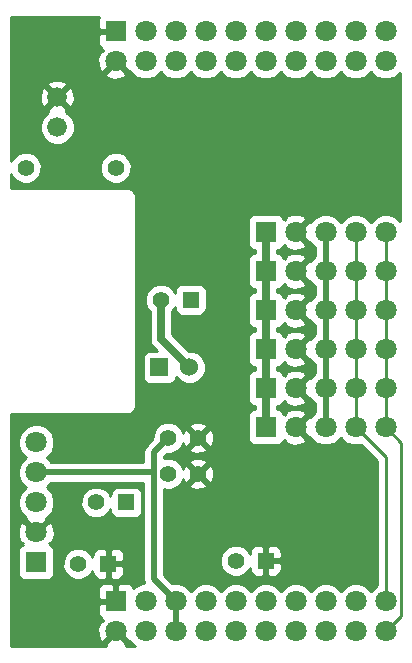
<source format=gtl>
G04 (created by PCBNEW (2013-07-07 BZR 4022)-stable) date 3/14/2014 11:35:05 AM*
%MOIN*%
G04 Gerber Fmt 3.4, Leading zero omitted, Abs format*
%FSLAX34Y34*%
G01*
G70*
G90*
G04 APERTURE LIST*
%ADD10C,0.00590551*%
%ADD11R,0.06X0.06*%
%ADD12C,0.06*%
%ADD13C,0.055*%
%ADD14R,0.055X0.055*%
%ADD15R,0.0708661X0.0708661*%
%ADD16C,0.0708661*%
%ADD17C,0.066*%
%ADD18C,0.025*%
%ADD19C,0.02*%
%ADD20C,0.01*%
G04 APERTURE END LIST*
G54D10*
G54D11*
X84350Y-75950D03*
G54D12*
X85350Y-75950D03*
G54D13*
X84650Y-78300D03*
X85650Y-78300D03*
X84650Y-79500D03*
X85650Y-79500D03*
G54D14*
X87900Y-82400D03*
G54D13*
X86900Y-82400D03*
G54D14*
X82650Y-82500D03*
G54D13*
X81650Y-82500D03*
G54D14*
X85400Y-73700D03*
G54D13*
X84400Y-73700D03*
G54D15*
X82900Y-83750D03*
G54D16*
X82900Y-84750D03*
X83900Y-83750D03*
X83900Y-84750D03*
X84900Y-83750D03*
X84900Y-84750D03*
X85900Y-83750D03*
X85900Y-84750D03*
X86900Y-83750D03*
X86900Y-84750D03*
X87900Y-83750D03*
X87900Y-84750D03*
X88900Y-83750D03*
X88900Y-84750D03*
X89900Y-83750D03*
X89900Y-84750D03*
X90900Y-83750D03*
X90900Y-84750D03*
X91900Y-83750D03*
X91900Y-84750D03*
G54D15*
X82900Y-64750D03*
G54D16*
X82900Y-65750D03*
X83900Y-64750D03*
X83900Y-65750D03*
X84900Y-64750D03*
X84900Y-65750D03*
X85900Y-64750D03*
X85900Y-65750D03*
X86900Y-64750D03*
X86900Y-65750D03*
X87900Y-64750D03*
X87900Y-65750D03*
X88900Y-64750D03*
X88900Y-65750D03*
X89900Y-64750D03*
X89900Y-65750D03*
X90900Y-64750D03*
X90900Y-65750D03*
X91900Y-64750D03*
X91900Y-65750D03*
G54D14*
X83250Y-80450D03*
G54D13*
X82250Y-80450D03*
G54D15*
X80250Y-82450D03*
G54D16*
X80250Y-81450D03*
X80250Y-80450D03*
X80250Y-79450D03*
X80250Y-78450D03*
G54D15*
X87900Y-71450D03*
G54D16*
X88900Y-71450D03*
X89900Y-71450D03*
X90900Y-71450D03*
X91900Y-71450D03*
G54D15*
X87900Y-72750D03*
G54D16*
X88900Y-72750D03*
X89900Y-72750D03*
X90900Y-72750D03*
X91900Y-72750D03*
G54D15*
X87900Y-74050D03*
G54D16*
X88900Y-74050D03*
X89900Y-74050D03*
X90900Y-74050D03*
X91900Y-74050D03*
G54D15*
X87900Y-75350D03*
G54D16*
X88900Y-75350D03*
X89900Y-75350D03*
X90900Y-75350D03*
X91900Y-75350D03*
G54D15*
X87900Y-76650D03*
G54D16*
X88900Y-76650D03*
X89900Y-76650D03*
X90900Y-76650D03*
X91900Y-76650D03*
G54D15*
X87900Y-77950D03*
G54D16*
X88900Y-77950D03*
X89900Y-77950D03*
X90900Y-77950D03*
X91900Y-77950D03*
G54D17*
X80950Y-67950D03*
X80950Y-66950D03*
G54D13*
X82900Y-69300D03*
X79900Y-69300D03*
G54D18*
X87900Y-77950D02*
X87900Y-76650D01*
X87900Y-76650D02*
X87900Y-75350D01*
X87900Y-75350D02*
X87900Y-74050D01*
X87900Y-74050D02*
X87900Y-72750D01*
X87900Y-72750D02*
X87900Y-71450D01*
G54D19*
X89900Y-77950D02*
X89900Y-76650D01*
X89900Y-76650D02*
X89900Y-75350D01*
X89900Y-75350D02*
X89900Y-74050D01*
X89900Y-74050D02*
X89900Y-72750D01*
X89900Y-72750D02*
X89900Y-71450D01*
X84900Y-84750D02*
X84900Y-83750D01*
X80250Y-79450D02*
X84173Y-79450D01*
X84173Y-83023D02*
X84173Y-79450D01*
X84900Y-83750D02*
X84173Y-83023D01*
X84173Y-78776D02*
X84650Y-78300D01*
X84173Y-79450D02*
X84173Y-78776D01*
G54D18*
X84400Y-75000D02*
X85350Y-75950D01*
X84400Y-73700D02*
X84400Y-75000D01*
G54D20*
X91900Y-76650D02*
X91900Y-75350D01*
X91900Y-75350D02*
X91900Y-74050D01*
X91900Y-74050D02*
X91900Y-72750D01*
X91900Y-72750D02*
X91900Y-71450D01*
X91900Y-76650D02*
X91900Y-77950D01*
X92420Y-84229D02*
X91900Y-84750D01*
X92420Y-78470D02*
X92420Y-84229D01*
X91900Y-77950D02*
X92420Y-78470D01*
X90900Y-76650D02*
X90900Y-75350D01*
X90900Y-75350D02*
X90900Y-74050D01*
X90900Y-74050D02*
X90900Y-72750D01*
X90900Y-72750D02*
X90900Y-71450D01*
X90900Y-76650D02*
X90900Y-77950D01*
X91900Y-78950D02*
X91900Y-83750D01*
X90900Y-77950D02*
X91900Y-78950D01*
G54D10*
G36*
X92380Y-71075D02*
X92242Y-70937D01*
X92020Y-70845D01*
X91780Y-70845D01*
X91558Y-70937D01*
X91399Y-71095D01*
X91242Y-70937D01*
X91020Y-70845D01*
X90780Y-70845D01*
X90558Y-70937D01*
X90399Y-71095D01*
X90242Y-70937D01*
X90020Y-70845D01*
X89780Y-70845D01*
X89558Y-70937D01*
X89387Y-71107D01*
X89384Y-71115D01*
X89325Y-71095D01*
X89254Y-71166D01*
X88970Y-71450D01*
X89325Y-71804D01*
X89384Y-71784D01*
X89387Y-71791D01*
X89550Y-71954D01*
X89550Y-72245D01*
X89387Y-72407D01*
X89384Y-72415D01*
X89325Y-72395D01*
X89254Y-72466D01*
X88970Y-72750D01*
X89325Y-73104D01*
X89384Y-73084D01*
X89387Y-73091D01*
X89550Y-73254D01*
X89550Y-73545D01*
X89387Y-73707D01*
X89384Y-73715D01*
X89325Y-73695D01*
X89254Y-73766D01*
X88970Y-74050D01*
X89325Y-74404D01*
X89384Y-74384D01*
X89387Y-74391D01*
X89550Y-74554D01*
X89550Y-74845D01*
X89387Y-75007D01*
X89384Y-75015D01*
X89325Y-74995D01*
X89254Y-75066D01*
X88970Y-75350D01*
X89325Y-75704D01*
X89384Y-75684D01*
X89387Y-75691D01*
X89550Y-75854D01*
X89550Y-76145D01*
X89387Y-76307D01*
X89384Y-76315D01*
X89325Y-76295D01*
X89254Y-76366D01*
X88970Y-76650D01*
X89325Y-77004D01*
X89384Y-76984D01*
X89387Y-76991D01*
X89550Y-77154D01*
X89550Y-77445D01*
X89387Y-77607D01*
X89384Y-77615D01*
X89325Y-77595D01*
X89254Y-77666D01*
X88970Y-77950D01*
X89325Y-78304D01*
X89384Y-78284D01*
X89387Y-78291D01*
X89557Y-78462D01*
X89779Y-78554D01*
X90019Y-78554D01*
X90241Y-78462D01*
X90400Y-78304D01*
X90557Y-78462D01*
X90779Y-78554D01*
X91019Y-78554D01*
X91062Y-78536D01*
X91600Y-79074D01*
X91600Y-83220D01*
X91558Y-83237D01*
X91399Y-83395D01*
X91242Y-83237D01*
X91020Y-83145D01*
X90780Y-83145D01*
X90558Y-83237D01*
X90399Y-83395D01*
X90242Y-83237D01*
X90020Y-83145D01*
X89780Y-83145D01*
X89558Y-83237D01*
X89399Y-83395D01*
X89254Y-83249D01*
X89254Y-78375D01*
X88900Y-78020D01*
X88894Y-78026D01*
X88829Y-77961D01*
X88823Y-77955D01*
X88829Y-77950D01*
X88823Y-77944D01*
X88894Y-77873D01*
X88900Y-77879D01*
X89254Y-77524D01*
X89220Y-77423D01*
X88994Y-77341D01*
X88754Y-77351D01*
X88579Y-77423D01*
X88545Y-77524D01*
X88500Y-77479D01*
X88483Y-77496D01*
X88466Y-77454D01*
X88396Y-77383D01*
X88304Y-77345D01*
X88275Y-77345D01*
X88275Y-77254D01*
X88303Y-77254D01*
X88395Y-77216D01*
X88466Y-77146D01*
X88483Y-77103D01*
X88500Y-77120D01*
X88545Y-77075D01*
X88579Y-77176D01*
X88805Y-77258D01*
X89045Y-77248D01*
X89220Y-77176D01*
X89254Y-77075D01*
X88900Y-76720D01*
X88894Y-76726D01*
X88823Y-76655D01*
X88829Y-76650D01*
X88823Y-76644D01*
X88894Y-76573D01*
X88900Y-76579D01*
X89254Y-76224D01*
X89220Y-76123D01*
X88994Y-76041D01*
X88754Y-76051D01*
X88579Y-76123D01*
X88545Y-76224D01*
X88500Y-76179D01*
X88483Y-76196D01*
X88466Y-76154D01*
X88396Y-76083D01*
X88304Y-76045D01*
X88275Y-76045D01*
X88275Y-75954D01*
X88303Y-75954D01*
X88395Y-75916D01*
X88466Y-75846D01*
X88483Y-75803D01*
X88500Y-75820D01*
X88545Y-75775D01*
X88579Y-75876D01*
X88805Y-75958D01*
X89045Y-75948D01*
X89220Y-75876D01*
X89254Y-75775D01*
X88900Y-75420D01*
X88894Y-75426D01*
X88823Y-75355D01*
X88829Y-75350D01*
X88823Y-75344D01*
X88894Y-75273D01*
X88900Y-75279D01*
X89254Y-74924D01*
X89220Y-74823D01*
X88994Y-74741D01*
X88754Y-74751D01*
X88579Y-74823D01*
X88545Y-74924D01*
X88500Y-74879D01*
X88483Y-74896D01*
X88466Y-74854D01*
X88396Y-74783D01*
X88304Y-74745D01*
X88275Y-74745D01*
X88275Y-74654D01*
X88303Y-74654D01*
X88395Y-74616D01*
X88466Y-74546D01*
X88483Y-74503D01*
X88500Y-74520D01*
X88545Y-74475D01*
X88579Y-74576D01*
X88805Y-74658D01*
X89045Y-74648D01*
X89220Y-74576D01*
X89254Y-74475D01*
X88900Y-74120D01*
X88894Y-74126D01*
X88823Y-74055D01*
X88829Y-74050D01*
X88823Y-74044D01*
X88894Y-73973D01*
X88900Y-73979D01*
X89254Y-73624D01*
X89220Y-73523D01*
X88994Y-73441D01*
X88754Y-73451D01*
X88579Y-73523D01*
X88545Y-73624D01*
X88500Y-73579D01*
X88483Y-73596D01*
X88466Y-73554D01*
X88396Y-73483D01*
X88304Y-73445D01*
X88275Y-73445D01*
X88275Y-73354D01*
X88303Y-73354D01*
X88395Y-73316D01*
X88466Y-73246D01*
X88483Y-73203D01*
X88500Y-73220D01*
X88545Y-73175D01*
X88579Y-73276D01*
X88805Y-73358D01*
X89045Y-73348D01*
X89220Y-73276D01*
X89254Y-73175D01*
X88900Y-72820D01*
X88894Y-72826D01*
X88823Y-72755D01*
X88829Y-72750D01*
X88823Y-72744D01*
X88894Y-72673D01*
X88900Y-72679D01*
X89254Y-72324D01*
X89220Y-72223D01*
X88994Y-72141D01*
X88754Y-72151D01*
X88579Y-72223D01*
X88545Y-72324D01*
X88500Y-72279D01*
X88483Y-72296D01*
X88466Y-72254D01*
X88396Y-72183D01*
X88304Y-72145D01*
X88275Y-72145D01*
X88275Y-72054D01*
X88303Y-72054D01*
X88395Y-72016D01*
X88466Y-71946D01*
X88483Y-71903D01*
X88500Y-71920D01*
X88545Y-71875D01*
X88579Y-71976D01*
X88805Y-72058D01*
X89045Y-72048D01*
X89220Y-71976D01*
X89254Y-71875D01*
X88900Y-71520D01*
X88894Y-71526D01*
X88823Y-71455D01*
X88829Y-71450D01*
X88823Y-71444D01*
X88894Y-71373D01*
X88900Y-71379D01*
X89254Y-71024D01*
X89220Y-70923D01*
X88994Y-70841D01*
X88754Y-70851D01*
X88579Y-70923D01*
X88545Y-71024D01*
X88500Y-70979D01*
X88483Y-70996D01*
X88466Y-70954D01*
X88396Y-70883D01*
X88304Y-70845D01*
X88204Y-70845D01*
X87496Y-70845D01*
X87404Y-70883D01*
X87333Y-70953D01*
X87295Y-71045D01*
X87295Y-71145D01*
X87295Y-71853D01*
X87333Y-71945D01*
X87403Y-72016D01*
X87495Y-72054D01*
X87525Y-72054D01*
X87525Y-72145D01*
X87496Y-72145D01*
X87404Y-72183D01*
X87333Y-72253D01*
X87295Y-72345D01*
X87295Y-72445D01*
X87295Y-73153D01*
X87333Y-73245D01*
X87403Y-73316D01*
X87495Y-73354D01*
X87525Y-73354D01*
X87525Y-73445D01*
X87496Y-73445D01*
X87404Y-73483D01*
X87333Y-73553D01*
X87295Y-73645D01*
X87295Y-73745D01*
X87295Y-74453D01*
X87333Y-74545D01*
X87403Y-74616D01*
X87495Y-74654D01*
X87525Y-74654D01*
X87525Y-74745D01*
X87496Y-74745D01*
X87404Y-74783D01*
X87333Y-74853D01*
X87295Y-74945D01*
X87295Y-75045D01*
X87295Y-75753D01*
X87333Y-75845D01*
X87403Y-75916D01*
X87495Y-75954D01*
X87525Y-75954D01*
X87525Y-76045D01*
X87496Y-76045D01*
X87404Y-76083D01*
X87333Y-76153D01*
X87295Y-76245D01*
X87295Y-76345D01*
X87295Y-77053D01*
X87333Y-77145D01*
X87403Y-77216D01*
X87495Y-77254D01*
X87525Y-77254D01*
X87525Y-77345D01*
X87496Y-77345D01*
X87404Y-77383D01*
X87333Y-77453D01*
X87295Y-77545D01*
X87295Y-77645D01*
X87295Y-78353D01*
X87333Y-78445D01*
X87403Y-78516D01*
X87495Y-78554D01*
X87595Y-78554D01*
X88303Y-78554D01*
X88395Y-78516D01*
X88466Y-78446D01*
X88483Y-78403D01*
X88500Y-78420D01*
X88545Y-78375D01*
X88579Y-78476D01*
X88805Y-78558D01*
X89045Y-78548D01*
X89220Y-78476D01*
X89254Y-78375D01*
X89254Y-83249D01*
X89242Y-83237D01*
X89020Y-83145D01*
X88780Y-83145D01*
X88558Y-83237D01*
X88425Y-83370D01*
X88425Y-82625D01*
X88425Y-82174D01*
X88424Y-82075D01*
X88386Y-81983D01*
X88316Y-81912D01*
X88224Y-81874D01*
X88012Y-81875D01*
X87950Y-81937D01*
X87950Y-82350D01*
X88362Y-82350D01*
X88425Y-82287D01*
X88425Y-82174D01*
X88425Y-82625D01*
X88425Y-82512D01*
X88362Y-82450D01*
X87950Y-82450D01*
X87950Y-82862D01*
X88012Y-82925D01*
X88224Y-82925D01*
X88316Y-82887D01*
X88386Y-82816D01*
X88424Y-82724D01*
X88425Y-82625D01*
X88425Y-83370D01*
X88399Y-83395D01*
X88242Y-83237D01*
X88020Y-83145D01*
X87850Y-83145D01*
X87850Y-82862D01*
X87850Y-82450D01*
X87842Y-82450D01*
X87842Y-82350D01*
X87850Y-82350D01*
X87850Y-81937D01*
X87787Y-81875D01*
X87575Y-81874D01*
X87483Y-81912D01*
X87413Y-81983D01*
X87375Y-82075D01*
X87374Y-82174D01*
X87374Y-82174D01*
X87345Y-82103D01*
X87197Y-81955D01*
X87004Y-81875D01*
X86796Y-81874D01*
X86603Y-81954D01*
X86455Y-82102D01*
X86375Y-82295D01*
X86374Y-82503D01*
X86454Y-82697D01*
X86602Y-82844D01*
X86795Y-82924D01*
X87003Y-82925D01*
X87197Y-82845D01*
X87344Y-82697D01*
X87374Y-82625D01*
X87374Y-82625D01*
X87375Y-82724D01*
X87413Y-82816D01*
X87483Y-82887D01*
X87575Y-82925D01*
X87787Y-82925D01*
X87850Y-82862D01*
X87850Y-83145D01*
X87780Y-83145D01*
X87558Y-83237D01*
X87399Y-83395D01*
X87242Y-83237D01*
X87020Y-83145D01*
X86780Y-83145D01*
X86558Y-83237D01*
X86399Y-83395D01*
X86242Y-83237D01*
X86179Y-83211D01*
X86179Y-79575D01*
X86179Y-78375D01*
X86168Y-78167D01*
X86110Y-78027D01*
X86017Y-78002D01*
X85947Y-78073D01*
X85947Y-77932D01*
X85925Y-77847D01*
X85925Y-73925D01*
X85925Y-73375D01*
X85887Y-73283D01*
X85816Y-73213D01*
X85724Y-73175D01*
X85625Y-73174D01*
X85075Y-73174D01*
X84983Y-73212D01*
X84913Y-73283D01*
X84875Y-73375D01*
X84874Y-73474D01*
X84874Y-73474D01*
X84845Y-73403D01*
X84697Y-73255D01*
X84504Y-73175D01*
X84296Y-73174D01*
X84103Y-73254D01*
X83955Y-73402D01*
X83875Y-73595D01*
X83874Y-73803D01*
X83954Y-73997D01*
X84025Y-74067D01*
X84025Y-75000D01*
X84053Y-75143D01*
X84134Y-75265D01*
X84269Y-75399D01*
X84000Y-75399D01*
X83908Y-75437D01*
X83838Y-75508D01*
X83800Y-75600D01*
X83799Y-75699D01*
X83799Y-76299D01*
X83837Y-76391D01*
X83908Y-76461D01*
X84000Y-76499D01*
X84099Y-76500D01*
X84699Y-76500D01*
X84791Y-76462D01*
X84861Y-76391D01*
X84899Y-76299D01*
X84899Y-76277D01*
X85038Y-76415D01*
X85240Y-76499D01*
X85458Y-76500D01*
X85661Y-76416D01*
X85815Y-76261D01*
X85899Y-76059D01*
X85900Y-75841D01*
X85816Y-75638D01*
X85661Y-75484D01*
X85459Y-75400D01*
X85330Y-75399D01*
X84775Y-74844D01*
X84775Y-74067D01*
X84844Y-73997D01*
X84874Y-73925D01*
X84874Y-74024D01*
X84912Y-74116D01*
X84983Y-74186D01*
X85075Y-74224D01*
X85174Y-74225D01*
X85724Y-74225D01*
X85816Y-74187D01*
X85886Y-74116D01*
X85924Y-74024D01*
X85925Y-73925D01*
X85925Y-77847D01*
X85922Y-77839D01*
X85725Y-77770D01*
X85517Y-77781D01*
X85377Y-77839D01*
X85352Y-77932D01*
X85650Y-78229D01*
X85947Y-77932D01*
X85947Y-78073D01*
X85720Y-78300D01*
X86017Y-78597D01*
X86110Y-78572D01*
X86179Y-78375D01*
X86179Y-79575D01*
X86168Y-79367D01*
X86110Y-79227D01*
X86017Y-79202D01*
X85947Y-79273D01*
X85947Y-79132D01*
X85947Y-78667D01*
X85650Y-78370D01*
X85352Y-78667D01*
X85377Y-78760D01*
X85574Y-78829D01*
X85782Y-78818D01*
X85922Y-78760D01*
X85947Y-78667D01*
X85947Y-79132D01*
X85922Y-79039D01*
X85725Y-78970D01*
X85517Y-78981D01*
X85377Y-79039D01*
X85352Y-79132D01*
X85650Y-79429D01*
X85947Y-79132D01*
X85947Y-79273D01*
X85720Y-79500D01*
X86017Y-79797D01*
X86110Y-79772D01*
X86179Y-79575D01*
X86179Y-83211D01*
X86020Y-83145D01*
X85947Y-83145D01*
X85947Y-79867D01*
X85650Y-79570D01*
X85352Y-79867D01*
X85377Y-79960D01*
X85574Y-80029D01*
X85782Y-80018D01*
X85922Y-79960D01*
X85947Y-79867D01*
X85947Y-83145D01*
X85780Y-83145D01*
X85558Y-83237D01*
X85399Y-83395D01*
X85242Y-83237D01*
X85020Y-83145D01*
X84790Y-83145D01*
X84523Y-82878D01*
X84523Y-80015D01*
X84545Y-80024D01*
X84753Y-80025D01*
X84947Y-79945D01*
X85094Y-79797D01*
X85147Y-79671D01*
X85189Y-79772D01*
X85282Y-79797D01*
X85579Y-79500D01*
X85282Y-79202D01*
X85189Y-79227D01*
X85150Y-79337D01*
X85095Y-79203D01*
X84947Y-79055D01*
X84754Y-78975D01*
X84546Y-78974D01*
X84523Y-78984D01*
X84523Y-78921D01*
X84620Y-78824D01*
X84753Y-78825D01*
X84947Y-78745D01*
X85094Y-78597D01*
X85147Y-78471D01*
X85189Y-78572D01*
X85282Y-78597D01*
X85579Y-78300D01*
X85282Y-78002D01*
X85189Y-78027D01*
X85150Y-78137D01*
X85095Y-78003D01*
X84947Y-77855D01*
X84754Y-77775D01*
X84546Y-77774D01*
X84353Y-77854D01*
X84205Y-78002D01*
X84125Y-78195D01*
X84124Y-78330D01*
X83925Y-78529D01*
X83849Y-78642D01*
X83823Y-78776D01*
X83823Y-79100D01*
X80754Y-79100D01*
X80604Y-78949D01*
X80762Y-78792D01*
X80854Y-78570D01*
X80854Y-78330D01*
X80762Y-78108D01*
X80592Y-77937D01*
X80370Y-77845D01*
X80130Y-77845D01*
X79908Y-77937D01*
X79737Y-78107D01*
X79645Y-78329D01*
X79645Y-78569D01*
X79737Y-78791D01*
X79895Y-78950D01*
X79737Y-79107D01*
X79645Y-79329D01*
X79645Y-79569D01*
X79737Y-79791D01*
X79895Y-79950D01*
X79737Y-80107D01*
X79645Y-80329D01*
X79645Y-80569D01*
X79737Y-80791D01*
X79907Y-80962D01*
X79915Y-80965D01*
X79895Y-81024D01*
X80250Y-81379D01*
X80604Y-81024D01*
X80584Y-80965D01*
X80591Y-80962D01*
X80762Y-80792D01*
X80854Y-80570D01*
X80854Y-80330D01*
X80762Y-80108D01*
X80604Y-79949D01*
X80754Y-79800D01*
X83823Y-79800D01*
X83823Y-83023D01*
X83847Y-83145D01*
X83780Y-83145D01*
X83775Y-83147D01*
X83775Y-80675D01*
X83775Y-80125D01*
X83737Y-80033D01*
X83666Y-79963D01*
X83574Y-79925D01*
X83475Y-79924D01*
X82925Y-79924D01*
X82833Y-79962D01*
X82763Y-80033D01*
X82725Y-80125D01*
X82724Y-80224D01*
X82724Y-80224D01*
X82695Y-80153D01*
X82547Y-80005D01*
X82354Y-79925D01*
X82146Y-79924D01*
X81953Y-80004D01*
X81805Y-80152D01*
X81725Y-80345D01*
X81724Y-80553D01*
X81804Y-80747D01*
X81952Y-80894D01*
X82145Y-80974D01*
X82353Y-80975D01*
X82547Y-80895D01*
X82694Y-80747D01*
X82724Y-80675D01*
X82724Y-80774D01*
X82762Y-80866D01*
X82833Y-80936D01*
X82925Y-80974D01*
X83024Y-80975D01*
X83574Y-80975D01*
X83666Y-80937D01*
X83736Y-80866D01*
X83774Y-80774D01*
X83775Y-80675D01*
X83775Y-83147D01*
X83558Y-83237D01*
X83488Y-83307D01*
X83466Y-83253D01*
X83395Y-83183D01*
X83303Y-83145D01*
X83175Y-83145D01*
X83175Y-82725D01*
X83175Y-82274D01*
X83174Y-82175D01*
X83136Y-82083D01*
X83066Y-82012D01*
X82974Y-81974D01*
X82762Y-81975D01*
X82700Y-82037D01*
X82700Y-82450D01*
X83112Y-82450D01*
X83175Y-82387D01*
X83175Y-82274D01*
X83175Y-82725D01*
X83175Y-82612D01*
X83112Y-82550D01*
X82700Y-82550D01*
X82700Y-82962D01*
X82762Y-83025D01*
X82974Y-83025D01*
X83066Y-82987D01*
X83136Y-82916D01*
X83174Y-82824D01*
X83175Y-82725D01*
X83175Y-83145D01*
X83012Y-83145D01*
X82950Y-83208D01*
X82950Y-83700D01*
X82957Y-83700D01*
X82957Y-83800D01*
X82950Y-83800D01*
X82950Y-83807D01*
X82850Y-83807D01*
X82850Y-83800D01*
X82850Y-83700D01*
X82850Y-83208D01*
X82787Y-83145D01*
X82600Y-83145D01*
X82600Y-82962D01*
X82600Y-82550D01*
X82592Y-82550D01*
X82592Y-82450D01*
X82600Y-82450D01*
X82600Y-82037D01*
X82537Y-81975D01*
X82325Y-81974D01*
X82233Y-82012D01*
X82163Y-82083D01*
X82125Y-82175D01*
X82124Y-82274D01*
X82124Y-82274D01*
X82095Y-82203D01*
X81947Y-82055D01*
X81754Y-81975D01*
X81546Y-81974D01*
X81353Y-82054D01*
X81205Y-82202D01*
X81125Y-82395D01*
X81124Y-82603D01*
X81204Y-82797D01*
X81352Y-82944D01*
X81545Y-83024D01*
X81753Y-83025D01*
X81947Y-82945D01*
X82094Y-82797D01*
X82124Y-82725D01*
X82124Y-82725D01*
X82125Y-82824D01*
X82163Y-82916D01*
X82233Y-82987D01*
X82325Y-83025D01*
X82537Y-83025D01*
X82600Y-82962D01*
X82600Y-83145D01*
X82496Y-83145D01*
X82404Y-83183D01*
X82333Y-83253D01*
X82295Y-83345D01*
X82295Y-83445D01*
X82295Y-83637D01*
X82358Y-83700D01*
X82850Y-83700D01*
X82850Y-83800D01*
X82358Y-83800D01*
X82295Y-83862D01*
X82295Y-84054D01*
X82295Y-84154D01*
X82333Y-84246D01*
X82404Y-84316D01*
X82446Y-84333D01*
X82429Y-84350D01*
X82474Y-84395D01*
X82373Y-84429D01*
X82291Y-84655D01*
X82301Y-84895D01*
X82373Y-85070D01*
X82474Y-85104D01*
X82829Y-84750D01*
X82823Y-84744D01*
X82894Y-84673D01*
X82900Y-84679D01*
X82905Y-84673D01*
X82976Y-84744D01*
X82970Y-84750D01*
X83325Y-85104D01*
X83384Y-85084D01*
X83387Y-85091D01*
X83525Y-85230D01*
X83236Y-85230D01*
X83254Y-85175D01*
X82900Y-84820D01*
X82829Y-84891D01*
X82545Y-85175D01*
X82563Y-85230D01*
X80858Y-85230D01*
X80858Y-81544D01*
X80848Y-81304D01*
X80776Y-81129D01*
X80675Y-81095D01*
X80320Y-81450D01*
X80326Y-81455D01*
X80255Y-81526D01*
X80250Y-81520D01*
X80244Y-81526D01*
X80179Y-81461D01*
X80173Y-81455D01*
X80179Y-81450D01*
X79824Y-81095D01*
X79723Y-81129D01*
X79641Y-81355D01*
X79651Y-81595D01*
X79723Y-81770D01*
X79824Y-81804D01*
X79779Y-81849D01*
X79796Y-81866D01*
X79754Y-81883D01*
X79683Y-81953D01*
X79645Y-82045D01*
X79645Y-82145D01*
X79645Y-82853D01*
X79683Y-82945D01*
X79753Y-83016D01*
X79845Y-83054D01*
X79945Y-83054D01*
X80653Y-83054D01*
X80745Y-83016D01*
X80816Y-82946D01*
X80854Y-82854D01*
X80854Y-82754D01*
X80854Y-82046D01*
X80816Y-81954D01*
X80746Y-81883D01*
X80703Y-81866D01*
X80720Y-81849D01*
X80675Y-81804D01*
X80776Y-81770D01*
X80858Y-81544D01*
X80858Y-85230D01*
X80854Y-85230D01*
X79419Y-85230D01*
X79419Y-77519D01*
X81050Y-77519D01*
X83300Y-77519D01*
X83403Y-77499D01*
X83490Y-77440D01*
X83549Y-77353D01*
X83569Y-77250D01*
X83569Y-70250D01*
X83549Y-70146D01*
X83490Y-70059D01*
X83425Y-70015D01*
X83425Y-69196D01*
X83345Y-69003D01*
X83254Y-68912D01*
X83254Y-66175D01*
X82900Y-65820D01*
X82829Y-65891D01*
X82545Y-66175D01*
X82579Y-66276D01*
X82805Y-66358D01*
X83045Y-66348D01*
X83220Y-66276D01*
X83254Y-66175D01*
X83254Y-68912D01*
X83197Y-68855D01*
X83004Y-68775D01*
X82796Y-68774D01*
X82603Y-68854D01*
X82455Y-69002D01*
X82375Y-69195D01*
X82374Y-69403D01*
X82454Y-69597D01*
X82602Y-69744D01*
X82795Y-69824D01*
X83003Y-69825D01*
X83197Y-69745D01*
X83344Y-69597D01*
X83424Y-69404D01*
X83425Y-69196D01*
X83425Y-70015D01*
X83403Y-70000D01*
X83300Y-69980D01*
X81534Y-69980D01*
X81534Y-67038D01*
X81524Y-66808D01*
X81456Y-66644D01*
X81357Y-66613D01*
X81286Y-66683D01*
X81286Y-66542D01*
X81255Y-66443D01*
X81038Y-66365D01*
X80808Y-66375D01*
X80644Y-66443D01*
X80613Y-66542D01*
X80950Y-66879D01*
X81286Y-66542D01*
X81286Y-66683D01*
X81020Y-66950D01*
X81357Y-67286D01*
X81456Y-67255D01*
X81534Y-67038D01*
X81534Y-69980D01*
X81530Y-69980D01*
X81530Y-67835D01*
X81441Y-67621D01*
X81278Y-67458D01*
X81257Y-67449D01*
X81286Y-67357D01*
X80950Y-67020D01*
X80879Y-67091D01*
X80879Y-66950D01*
X80542Y-66613D01*
X80443Y-66644D01*
X80365Y-66861D01*
X80375Y-67091D01*
X80443Y-67255D01*
X80542Y-67286D01*
X80879Y-66950D01*
X80879Y-67091D01*
X80613Y-67357D01*
X80642Y-67449D01*
X80621Y-67458D01*
X80458Y-67621D01*
X80370Y-67834D01*
X80369Y-68064D01*
X80458Y-68278D01*
X80621Y-68441D01*
X80834Y-68529D01*
X81064Y-68530D01*
X81278Y-68441D01*
X81441Y-68278D01*
X81529Y-68065D01*
X81530Y-67835D01*
X81530Y-69980D01*
X81050Y-69980D01*
X80550Y-69980D01*
X79419Y-69980D01*
X79419Y-69512D01*
X79454Y-69597D01*
X79602Y-69744D01*
X79795Y-69824D01*
X80003Y-69825D01*
X80197Y-69745D01*
X80344Y-69597D01*
X80424Y-69404D01*
X80425Y-69196D01*
X80345Y-69003D01*
X80197Y-68855D01*
X80004Y-68775D01*
X79796Y-68774D01*
X79603Y-68854D01*
X79455Y-69002D01*
X79419Y-69087D01*
X79419Y-64269D01*
X82327Y-64269D01*
X82295Y-64345D01*
X82295Y-64445D01*
X82295Y-64637D01*
X82358Y-64700D01*
X82850Y-64700D01*
X82850Y-64692D01*
X82950Y-64692D01*
X82950Y-64700D01*
X82957Y-64700D01*
X82957Y-64800D01*
X82950Y-64800D01*
X82950Y-64807D01*
X82850Y-64807D01*
X82850Y-64800D01*
X82358Y-64800D01*
X82295Y-64862D01*
X82295Y-65054D01*
X82295Y-65154D01*
X82333Y-65246D01*
X82404Y-65316D01*
X82446Y-65333D01*
X82429Y-65350D01*
X82474Y-65395D01*
X82373Y-65429D01*
X82291Y-65655D01*
X82301Y-65895D01*
X82373Y-66070D01*
X82474Y-66104D01*
X82829Y-65750D01*
X82823Y-65744D01*
X82894Y-65673D01*
X82900Y-65679D01*
X82905Y-65673D01*
X82976Y-65744D01*
X82970Y-65750D01*
X83325Y-66104D01*
X83384Y-66084D01*
X83387Y-66091D01*
X83557Y-66262D01*
X83779Y-66354D01*
X84019Y-66354D01*
X84241Y-66262D01*
X84400Y-66104D01*
X84557Y-66262D01*
X84779Y-66354D01*
X85019Y-66354D01*
X85241Y-66262D01*
X85400Y-66104D01*
X85557Y-66262D01*
X85779Y-66354D01*
X86019Y-66354D01*
X86241Y-66262D01*
X86400Y-66104D01*
X86557Y-66262D01*
X86779Y-66354D01*
X87019Y-66354D01*
X87241Y-66262D01*
X87400Y-66104D01*
X87557Y-66262D01*
X87779Y-66354D01*
X88019Y-66354D01*
X88241Y-66262D01*
X88400Y-66104D01*
X88557Y-66262D01*
X88779Y-66354D01*
X89019Y-66354D01*
X89241Y-66262D01*
X89400Y-66104D01*
X89557Y-66262D01*
X89779Y-66354D01*
X90019Y-66354D01*
X90241Y-66262D01*
X90400Y-66104D01*
X90557Y-66262D01*
X90779Y-66354D01*
X91019Y-66354D01*
X91241Y-66262D01*
X91400Y-66104D01*
X91557Y-66262D01*
X91779Y-66354D01*
X92019Y-66354D01*
X92241Y-66262D01*
X92380Y-66124D01*
X92380Y-71075D01*
X92380Y-71075D01*
G37*
G54D20*
X92380Y-71075D02*
X92242Y-70937D01*
X92020Y-70845D01*
X91780Y-70845D01*
X91558Y-70937D01*
X91399Y-71095D01*
X91242Y-70937D01*
X91020Y-70845D01*
X90780Y-70845D01*
X90558Y-70937D01*
X90399Y-71095D01*
X90242Y-70937D01*
X90020Y-70845D01*
X89780Y-70845D01*
X89558Y-70937D01*
X89387Y-71107D01*
X89384Y-71115D01*
X89325Y-71095D01*
X89254Y-71166D01*
X88970Y-71450D01*
X89325Y-71804D01*
X89384Y-71784D01*
X89387Y-71791D01*
X89550Y-71954D01*
X89550Y-72245D01*
X89387Y-72407D01*
X89384Y-72415D01*
X89325Y-72395D01*
X89254Y-72466D01*
X88970Y-72750D01*
X89325Y-73104D01*
X89384Y-73084D01*
X89387Y-73091D01*
X89550Y-73254D01*
X89550Y-73545D01*
X89387Y-73707D01*
X89384Y-73715D01*
X89325Y-73695D01*
X89254Y-73766D01*
X88970Y-74050D01*
X89325Y-74404D01*
X89384Y-74384D01*
X89387Y-74391D01*
X89550Y-74554D01*
X89550Y-74845D01*
X89387Y-75007D01*
X89384Y-75015D01*
X89325Y-74995D01*
X89254Y-75066D01*
X88970Y-75350D01*
X89325Y-75704D01*
X89384Y-75684D01*
X89387Y-75691D01*
X89550Y-75854D01*
X89550Y-76145D01*
X89387Y-76307D01*
X89384Y-76315D01*
X89325Y-76295D01*
X89254Y-76366D01*
X88970Y-76650D01*
X89325Y-77004D01*
X89384Y-76984D01*
X89387Y-76991D01*
X89550Y-77154D01*
X89550Y-77445D01*
X89387Y-77607D01*
X89384Y-77615D01*
X89325Y-77595D01*
X89254Y-77666D01*
X88970Y-77950D01*
X89325Y-78304D01*
X89384Y-78284D01*
X89387Y-78291D01*
X89557Y-78462D01*
X89779Y-78554D01*
X90019Y-78554D01*
X90241Y-78462D01*
X90400Y-78304D01*
X90557Y-78462D01*
X90779Y-78554D01*
X91019Y-78554D01*
X91062Y-78536D01*
X91600Y-79074D01*
X91600Y-83220D01*
X91558Y-83237D01*
X91399Y-83395D01*
X91242Y-83237D01*
X91020Y-83145D01*
X90780Y-83145D01*
X90558Y-83237D01*
X90399Y-83395D01*
X90242Y-83237D01*
X90020Y-83145D01*
X89780Y-83145D01*
X89558Y-83237D01*
X89399Y-83395D01*
X89254Y-83249D01*
X89254Y-78375D01*
X88900Y-78020D01*
X88894Y-78026D01*
X88829Y-77961D01*
X88823Y-77955D01*
X88829Y-77950D01*
X88823Y-77944D01*
X88894Y-77873D01*
X88900Y-77879D01*
X89254Y-77524D01*
X89220Y-77423D01*
X88994Y-77341D01*
X88754Y-77351D01*
X88579Y-77423D01*
X88545Y-77524D01*
X88500Y-77479D01*
X88483Y-77496D01*
X88466Y-77454D01*
X88396Y-77383D01*
X88304Y-77345D01*
X88275Y-77345D01*
X88275Y-77254D01*
X88303Y-77254D01*
X88395Y-77216D01*
X88466Y-77146D01*
X88483Y-77103D01*
X88500Y-77120D01*
X88545Y-77075D01*
X88579Y-77176D01*
X88805Y-77258D01*
X89045Y-77248D01*
X89220Y-77176D01*
X89254Y-77075D01*
X88900Y-76720D01*
X88894Y-76726D01*
X88823Y-76655D01*
X88829Y-76650D01*
X88823Y-76644D01*
X88894Y-76573D01*
X88900Y-76579D01*
X89254Y-76224D01*
X89220Y-76123D01*
X88994Y-76041D01*
X88754Y-76051D01*
X88579Y-76123D01*
X88545Y-76224D01*
X88500Y-76179D01*
X88483Y-76196D01*
X88466Y-76154D01*
X88396Y-76083D01*
X88304Y-76045D01*
X88275Y-76045D01*
X88275Y-75954D01*
X88303Y-75954D01*
X88395Y-75916D01*
X88466Y-75846D01*
X88483Y-75803D01*
X88500Y-75820D01*
X88545Y-75775D01*
X88579Y-75876D01*
X88805Y-75958D01*
X89045Y-75948D01*
X89220Y-75876D01*
X89254Y-75775D01*
X88900Y-75420D01*
X88894Y-75426D01*
X88823Y-75355D01*
X88829Y-75350D01*
X88823Y-75344D01*
X88894Y-75273D01*
X88900Y-75279D01*
X89254Y-74924D01*
X89220Y-74823D01*
X88994Y-74741D01*
X88754Y-74751D01*
X88579Y-74823D01*
X88545Y-74924D01*
X88500Y-74879D01*
X88483Y-74896D01*
X88466Y-74854D01*
X88396Y-74783D01*
X88304Y-74745D01*
X88275Y-74745D01*
X88275Y-74654D01*
X88303Y-74654D01*
X88395Y-74616D01*
X88466Y-74546D01*
X88483Y-74503D01*
X88500Y-74520D01*
X88545Y-74475D01*
X88579Y-74576D01*
X88805Y-74658D01*
X89045Y-74648D01*
X89220Y-74576D01*
X89254Y-74475D01*
X88900Y-74120D01*
X88894Y-74126D01*
X88823Y-74055D01*
X88829Y-74050D01*
X88823Y-74044D01*
X88894Y-73973D01*
X88900Y-73979D01*
X89254Y-73624D01*
X89220Y-73523D01*
X88994Y-73441D01*
X88754Y-73451D01*
X88579Y-73523D01*
X88545Y-73624D01*
X88500Y-73579D01*
X88483Y-73596D01*
X88466Y-73554D01*
X88396Y-73483D01*
X88304Y-73445D01*
X88275Y-73445D01*
X88275Y-73354D01*
X88303Y-73354D01*
X88395Y-73316D01*
X88466Y-73246D01*
X88483Y-73203D01*
X88500Y-73220D01*
X88545Y-73175D01*
X88579Y-73276D01*
X88805Y-73358D01*
X89045Y-73348D01*
X89220Y-73276D01*
X89254Y-73175D01*
X88900Y-72820D01*
X88894Y-72826D01*
X88823Y-72755D01*
X88829Y-72750D01*
X88823Y-72744D01*
X88894Y-72673D01*
X88900Y-72679D01*
X89254Y-72324D01*
X89220Y-72223D01*
X88994Y-72141D01*
X88754Y-72151D01*
X88579Y-72223D01*
X88545Y-72324D01*
X88500Y-72279D01*
X88483Y-72296D01*
X88466Y-72254D01*
X88396Y-72183D01*
X88304Y-72145D01*
X88275Y-72145D01*
X88275Y-72054D01*
X88303Y-72054D01*
X88395Y-72016D01*
X88466Y-71946D01*
X88483Y-71903D01*
X88500Y-71920D01*
X88545Y-71875D01*
X88579Y-71976D01*
X88805Y-72058D01*
X89045Y-72048D01*
X89220Y-71976D01*
X89254Y-71875D01*
X88900Y-71520D01*
X88894Y-71526D01*
X88823Y-71455D01*
X88829Y-71450D01*
X88823Y-71444D01*
X88894Y-71373D01*
X88900Y-71379D01*
X89254Y-71024D01*
X89220Y-70923D01*
X88994Y-70841D01*
X88754Y-70851D01*
X88579Y-70923D01*
X88545Y-71024D01*
X88500Y-70979D01*
X88483Y-70996D01*
X88466Y-70954D01*
X88396Y-70883D01*
X88304Y-70845D01*
X88204Y-70845D01*
X87496Y-70845D01*
X87404Y-70883D01*
X87333Y-70953D01*
X87295Y-71045D01*
X87295Y-71145D01*
X87295Y-71853D01*
X87333Y-71945D01*
X87403Y-72016D01*
X87495Y-72054D01*
X87525Y-72054D01*
X87525Y-72145D01*
X87496Y-72145D01*
X87404Y-72183D01*
X87333Y-72253D01*
X87295Y-72345D01*
X87295Y-72445D01*
X87295Y-73153D01*
X87333Y-73245D01*
X87403Y-73316D01*
X87495Y-73354D01*
X87525Y-73354D01*
X87525Y-73445D01*
X87496Y-73445D01*
X87404Y-73483D01*
X87333Y-73553D01*
X87295Y-73645D01*
X87295Y-73745D01*
X87295Y-74453D01*
X87333Y-74545D01*
X87403Y-74616D01*
X87495Y-74654D01*
X87525Y-74654D01*
X87525Y-74745D01*
X87496Y-74745D01*
X87404Y-74783D01*
X87333Y-74853D01*
X87295Y-74945D01*
X87295Y-75045D01*
X87295Y-75753D01*
X87333Y-75845D01*
X87403Y-75916D01*
X87495Y-75954D01*
X87525Y-75954D01*
X87525Y-76045D01*
X87496Y-76045D01*
X87404Y-76083D01*
X87333Y-76153D01*
X87295Y-76245D01*
X87295Y-76345D01*
X87295Y-77053D01*
X87333Y-77145D01*
X87403Y-77216D01*
X87495Y-77254D01*
X87525Y-77254D01*
X87525Y-77345D01*
X87496Y-77345D01*
X87404Y-77383D01*
X87333Y-77453D01*
X87295Y-77545D01*
X87295Y-77645D01*
X87295Y-78353D01*
X87333Y-78445D01*
X87403Y-78516D01*
X87495Y-78554D01*
X87595Y-78554D01*
X88303Y-78554D01*
X88395Y-78516D01*
X88466Y-78446D01*
X88483Y-78403D01*
X88500Y-78420D01*
X88545Y-78375D01*
X88579Y-78476D01*
X88805Y-78558D01*
X89045Y-78548D01*
X89220Y-78476D01*
X89254Y-78375D01*
X89254Y-83249D01*
X89242Y-83237D01*
X89020Y-83145D01*
X88780Y-83145D01*
X88558Y-83237D01*
X88425Y-83370D01*
X88425Y-82625D01*
X88425Y-82174D01*
X88424Y-82075D01*
X88386Y-81983D01*
X88316Y-81912D01*
X88224Y-81874D01*
X88012Y-81875D01*
X87950Y-81937D01*
X87950Y-82350D01*
X88362Y-82350D01*
X88425Y-82287D01*
X88425Y-82174D01*
X88425Y-82625D01*
X88425Y-82512D01*
X88362Y-82450D01*
X87950Y-82450D01*
X87950Y-82862D01*
X88012Y-82925D01*
X88224Y-82925D01*
X88316Y-82887D01*
X88386Y-82816D01*
X88424Y-82724D01*
X88425Y-82625D01*
X88425Y-83370D01*
X88399Y-83395D01*
X88242Y-83237D01*
X88020Y-83145D01*
X87850Y-83145D01*
X87850Y-82862D01*
X87850Y-82450D01*
X87842Y-82450D01*
X87842Y-82350D01*
X87850Y-82350D01*
X87850Y-81937D01*
X87787Y-81875D01*
X87575Y-81874D01*
X87483Y-81912D01*
X87413Y-81983D01*
X87375Y-82075D01*
X87374Y-82174D01*
X87374Y-82174D01*
X87345Y-82103D01*
X87197Y-81955D01*
X87004Y-81875D01*
X86796Y-81874D01*
X86603Y-81954D01*
X86455Y-82102D01*
X86375Y-82295D01*
X86374Y-82503D01*
X86454Y-82697D01*
X86602Y-82844D01*
X86795Y-82924D01*
X87003Y-82925D01*
X87197Y-82845D01*
X87344Y-82697D01*
X87374Y-82625D01*
X87374Y-82625D01*
X87375Y-82724D01*
X87413Y-82816D01*
X87483Y-82887D01*
X87575Y-82925D01*
X87787Y-82925D01*
X87850Y-82862D01*
X87850Y-83145D01*
X87780Y-83145D01*
X87558Y-83237D01*
X87399Y-83395D01*
X87242Y-83237D01*
X87020Y-83145D01*
X86780Y-83145D01*
X86558Y-83237D01*
X86399Y-83395D01*
X86242Y-83237D01*
X86179Y-83211D01*
X86179Y-79575D01*
X86179Y-78375D01*
X86168Y-78167D01*
X86110Y-78027D01*
X86017Y-78002D01*
X85947Y-78073D01*
X85947Y-77932D01*
X85925Y-77847D01*
X85925Y-73925D01*
X85925Y-73375D01*
X85887Y-73283D01*
X85816Y-73213D01*
X85724Y-73175D01*
X85625Y-73174D01*
X85075Y-73174D01*
X84983Y-73212D01*
X84913Y-73283D01*
X84875Y-73375D01*
X84874Y-73474D01*
X84874Y-73474D01*
X84845Y-73403D01*
X84697Y-73255D01*
X84504Y-73175D01*
X84296Y-73174D01*
X84103Y-73254D01*
X83955Y-73402D01*
X83875Y-73595D01*
X83874Y-73803D01*
X83954Y-73997D01*
X84025Y-74067D01*
X84025Y-75000D01*
X84053Y-75143D01*
X84134Y-75265D01*
X84269Y-75399D01*
X84000Y-75399D01*
X83908Y-75437D01*
X83838Y-75508D01*
X83800Y-75600D01*
X83799Y-75699D01*
X83799Y-76299D01*
X83837Y-76391D01*
X83908Y-76461D01*
X84000Y-76499D01*
X84099Y-76500D01*
X84699Y-76500D01*
X84791Y-76462D01*
X84861Y-76391D01*
X84899Y-76299D01*
X84899Y-76277D01*
X85038Y-76415D01*
X85240Y-76499D01*
X85458Y-76500D01*
X85661Y-76416D01*
X85815Y-76261D01*
X85899Y-76059D01*
X85900Y-75841D01*
X85816Y-75638D01*
X85661Y-75484D01*
X85459Y-75400D01*
X85330Y-75399D01*
X84775Y-74844D01*
X84775Y-74067D01*
X84844Y-73997D01*
X84874Y-73925D01*
X84874Y-74024D01*
X84912Y-74116D01*
X84983Y-74186D01*
X85075Y-74224D01*
X85174Y-74225D01*
X85724Y-74225D01*
X85816Y-74187D01*
X85886Y-74116D01*
X85924Y-74024D01*
X85925Y-73925D01*
X85925Y-77847D01*
X85922Y-77839D01*
X85725Y-77770D01*
X85517Y-77781D01*
X85377Y-77839D01*
X85352Y-77932D01*
X85650Y-78229D01*
X85947Y-77932D01*
X85947Y-78073D01*
X85720Y-78300D01*
X86017Y-78597D01*
X86110Y-78572D01*
X86179Y-78375D01*
X86179Y-79575D01*
X86168Y-79367D01*
X86110Y-79227D01*
X86017Y-79202D01*
X85947Y-79273D01*
X85947Y-79132D01*
X85947Y-78667D01*
X85650Y-78370D01*
X85352Y-78667D01*
X85377Y-78760D01*
X85574Y-78829D01*
X85782Y-78818D01*
X85922Y-78760D01*
X85947Y-78667D01*
X85947Y-79132D01*
X85922Y-79039D01*
X85725Y-78970D01*
X85517Y-78981D01*
X85377Y-79039D01*
X85352Y-79132D01*
X85650Y-79429D01*
X85947Y-79132D01*
X85947Y-79273D01*
X85720Y-79500D01*
X86017Y-79797D01*
X86110Y-79772D01*
X86179Y-79575D01*
X86179Y-83211D01*
X86020Y-83145D01*
X85947Y-83145D01*
X85947Y-79867D01*
X85650Y-79570D01*
X85352Y-79867D01*
X85377Y-79960D01*
X85574Y-80029D01*
X85782Y-80018D01*
X85922Y-79960D01*
X85947Y-79867D01*
X85947Y-83145D01*
X85780Y-83145D01*
X85558Y-83237D01*
X85399Y-83395D01*
X85242Y-83237D01*
X85020Y-83145D01*
X84790Y-83145D01*
X84523Y-82878D01*
X84523Y-80015D01*
X84545Y-80024D01*
X84753Y-80025D01*
X84947Y-79945D01*
X85094Y-79797D01*
X85147Y-79671D01*
X85189Y-79772D01*
X85282Y-79797D01*
X85579Y-79500D01*
X85282Y-79202D01*
X85189Y-79227D01*
X85150Y-79337D01*
X85095Y-79203D01*
X84947Y-79055D01*
X84754Y-78975D01*
X84546Y-78974D01*
X84523Y-78984D01*
X84523Y-78921D01*
X84620Y-78824D01*
X84753Y-78825D01*
X84947Y-78745D01*
X85094Y-78597D01*
X85147Y-78471D01*
X85189Y-78572D01*
X85282Y-78597D01*
X85579Y-78300D01*
X85282Y-78002D01*
X85189Y-78027D01*
X85150Y-78137D01*
X85095Y-78003D01*
X84947Y-77855D01*
X84754Y-77775D01*
X84546Y-77774D01*
X84353Y-77854D01*
X84205Y-78002D01*
X84125Y-78195D01*
X84124Y-78330D01*
X83925Y-78529D01*
X83849Y-78642D01*
X83823Y-78776D01*
X83823Y-79100D01*
X80754Y-79100D01*
X80604Y-78949D01*
X80762Y-78792D01*
X80854Y-78570D01*
X80854Y-78330D01*
X80762Y-78108D01*
X80592Y-77937D01*
X80370Y-77845D01*
X80130Y-77845D01*
X79908Y-77937D01*
X79737Y-78107D01*
X79645Y-78329D01*
X79645Y-78569D01*
X79737Y-78791D01*
X79895Y-78950D01*
X79737Y-79107D01*
X79645Y-79329D01*
X79645Y-79569D01*
X79737Y-79791D01*
X79895Y-79950D01*
X79737Y-80107D01*
X79645Y-80329D01*
X79645Y-80569D01*
X79737Y-80791D01*
X79907Y-80962D01*
X79915Y-80965D01*
X79895Y-81024D01*
X80250Y-81379D01*
X80604Y-81024D01*
X80584Y-80965D01*
X80591Y-80962D01*
X80762Y-80792D01*
X80854Y-80570D01*
X80854Y-80330D01*
X80762Y-80108D01*
X80604Y-79949D01*
X80754Y-79800D01*
X83823Y-79800D01*
X83823Y-83023D01*
X83847Y-83145D01*
X83780Y-83145D01*
X83775Y-83147D01*
X83775Y-80675D01*
X83775Y-80125D01*
X83737Y-80033D01*
X83666Y-79963D01*
X83574Y-79925D01*
X83475Y-79924D01*
X82925Y-79924D01*
X82833Y-79962D01*
X82763Y-80033D01*
X82725Y-80125D01*
X82724Y-80224D01*
X82724Y-80224D01*
X82695Y-80153D01*
X82547Y-80005D01*
X82354Y-79925D01*
X82146Y-79924D01*
X81953Y-80004D01*
X81805Y-80152D01*
X81725Y-80345D01*
X81724Y-80553D01*
X81804Y-80747D01*
X81952Y-80894D01*
X82145Y-80974D01*
X82353Y-80975D01*
X82547Y-80895D01*
X82694Y-80747D01*
X82724Y-80675D01*
X82724Y-80774D01*
X82762Y-80866D01*
X82833Y-80936D01*
X82925Y-80974D01*
X83024Y-80975D01*
X83574Y-80975D01*
X83666Y-80937D01*
X83736Y-80866D01*
X83774Y-80774D01*
X83775Y-80675D01*
X83775Y-83147D01*
X83558Y-83237D01*
X83488Y-83307D01*
X83466Y-83253D01*
X83395Y-83183D01*
X83303Y-83145D01*
X83175Y-83145D01*
X83175Y-82725D01*
X83175Y-82274D01*
X83174Y-82175D01*
X83136Y-82083D01*
X83066Y-82012D01*
X82974Y-81974D01*
X82762Y-81975D01*
X82700Y-82037D01*
X82700Y-82450D01*
X83112Y-82450D01*
X83175Y-82387D01*
X83175Y-82274D01*
X83175Y-82725D01*
X83175Y-82612D01*
X83112Y-82550D01*
X82700Y-82550D01*
X82700Y-82962D01*
X82762Y-83025D01*
X82974Y-83025D01*
X83066Y-82987D01*
X83136Y-82916D01*
X83174Y-82824D01*
X83175Y-82725D01*
X83175Y-83145D01*
X83012Y-83145D01*
X82950Y-83208D01*
X82950Y-83700D01*
X82957Y-83700D01*
X82957Y-83800D01*
X82950Y-83800D01*
X82950Y-83807D01*
X82850Y-83807D01*
X82850Y-83800D01*
X82850Y-83700D01*
X82850Y-83208D01*
X82787Y-83145D01*
X82600Y-83145D01*
X82600Y-82962D01*
X82600Y-82550D01*
X82592Y-82550D01*
X82592Y-82450D01*
X82600Y-82450D01*
X82600Y-82037D01*
X82537Y-81975D01*
X82325Y-81974D01*
X82233Y-82012D01*
X82163Y-82083D01*
X82125Y-82175D01*
X82124Y-82274D01*
X82124Y-82274D01*
X82095Y-82203D01*
X81947Y-82055D01*
X81754Y-81975D01*
X81546Y-81974D01*
X81353Y-82054D01*
X81205Y-82202D01*
X81125Y-82395D01*
X81124Y-82603D01*
X81204Y-82797D01*
X81352Y-82944D01*
X81545Y-83024D01*
X81753Y-83025D01*
X81947Y-82945D01*
X82094Y-82797D01*
X82124Y-82725D01*
X82124Y-82725D01*
X82125Y-82824D01*
X82163Y-82916D01*
X82233Y-82987D01*
X82325Y-83025D01*
X82537Y-83025D01*
X82600Y-82962D01*
X82600Y-83145D01*
X82496Y-83145D01*
X82404Y-83183D01*
X82333Y-83253D01*
X82295Y-83345D01*
X82295Y-83445D01*
X82295Y-83637D01*
X82358Y-83700D01*
X82850Y-83700D01*
X82850Y-83800D01*
X82358Y-83800D01*
X82295Y-83862D01*
X82295Y-84054D01*
X82295Y-84154D01*
X82333Y-84246D01*
X82404Y-84316D01*
X82446Y-84333D01*
X82429Y-84350D01*
X82474Y-84395D01*
X82373Y-84429D01*
X82291Y-84655D01*
X82301Y-84895D01*
X82373Y-85070D01*
X82474Y-85104D01*
X82829Y-84750D01*
X82823Y-84744D01*
X82894Y-84673D01*
X82900Y-84679D01*
X82905Y-84673D01*
X82976Y-84744D01*
X82970Y-84750D01*
X83325Y-85104D01*
X83384Y-85084D01*
X83387Y-85091D01*
X83525Y-85230D01*
X83236Y-85230D01*
X83254Y-85175D01*
X82900Y-84820D01*
X82829Y-84891D01*
X82545Y-85175D01*
X82563Y-85230D01*
X80858Y-85230D01*
X80858Y-81544D01*
X80848Y-81304D01*
X80776Y-81129D01*
X80675Y-81095D01*
X80320Y-81450D01*
X80326Y-81455D01*
X80255Y-81526D01*
X80250Y-81520D01*
X80244Y-81526D01*
X80179Y-81461D01*
X80173Y-81455D01*
X80179Y-81450D01*
X79824Y-81095D01*
X79723Y-81129D01*
X79641Y-81355D01*
X79651Y-81595D01*
X79723Y-81770D01*
X79824Y-81804D01*
X79779Y-81849D01*
X79796Y-81866D01*
X79754Y-81883D01*
X79683Y-81953D01*
X79645Y-82045D01*
X79645Y-82145D01*
X79645Y-82853D01*
X79683Y-82945D01*
X79753Y-83016D01*
X79845Y-83054D01*
X79945Y-83054D01*
X80653Y-83054D01*
X80745Y-83016D01*
X80816Y-82946D01*
X80854Y-82854D01*
X80854Y-82754D01*
X80854Y-82046D01*
X80816Y-81954D01*
X80746Y-81883D01*
X80703Y-81866D01*
X80720Y-81849D01*
X80675Y-81804D01*
X80776Y-81770D01*
X80858Y-81544D01*
X80858Y-85230D01*
X80854Y-85230D01*
X79419Y-85230D01*
X79419Y-77519D01*
X81050Y-77519D01*
X83300Y-77519D01*
X83403Y-77499D01*
X83490Y-77440D01*
X83549Y-77353D01*
X83569Y-77250D01*
X83569Y-70250D01*
X83549Y-70146D01*
X83490Y-70059D01*
X83425Y-70015D01*
X83425Y-69196D01*
X83345Y-69003D01*
X83254Y-68912D01*
X83254Y-66175D01*
X82900Y-65820D01*
X82829Y-65891D01*
X82545Y-66175D01*
X82579Y-66276D01*
X82805Y-66358D01*
X83045Y-66348D01*
X83220Y-66276D01*
X83254Y-66175D01*
X83254Y-68912D01*
X83197Y-68855D01*
X83004Y-68775D01*
X82796Y-68774D01*
X82603Y-68854D01*
X82455Y-69002D01*
X82375Y-69195D01*
X82374Y-69403D01*
X82454Y-69597D01*
X82602Y-69744D01*
X82795Y-69824D01*
X83003Y-69825D01*
X83197Y-69745D01*
X83344Y-69597D01*
X83424Y-69404D01*
X83425Y-69196D01*
X83425Y-70015D01*
X83403Y-70000D01*
X83300Y-69980D01*
X81534Y-69980D01*
X81534Y-67038D01*
X81524Y-66808D01*
X81456Y-66644D01*
X81357Y-66613D01*
X81286Y-66683D01*
X81286Y-66542D01*
X81255Y-66443D01*
X81038Y-66365D01*
X80808Y-66375D01*
X80644Y-66443D01*
X80613Y-66542D01*
X80950Y-66879D01*
X81286Y-66542D01*
X81286Y-66683D01*
X81020Y-66950D01*
X81357Y-67286D01*
X81456Y-67255D01*
X81534Y-67038D01*
X81534Y-69980D01*
X81530Y-69980D01*
X81530Y-67835D01*
X81441Y-67621D01*
X81278Y-67458D01*
X81257Y-67449D01*
X81286Y-67357D01*
X80950Y-67020D01*
X80879Y-67091D01*
X80879Y-66950D01*
X80542Y-66613D01*
X80443Y-66644D01*
X80365Y-66861D01*
X80375Y-67091D01*
X80443Y-67255D01*
X80542Y-67286D01*
X80879Y-66950D01*
X80879Y-67091D01*
X80613Y-67357D01*
X80642Y-67449D01*
X80621Y-67458D01*
X80458Y-67621D01*
X80370Y-67834D01*
X80369Y-68064D01*
X80458Y-68278D01*
X80621Y-68441D01*
X80834Y-68529D01*
X81064Y-68530D01*
X81278Y-68441D01*
X81441Y-68278D01*
X81529Y-68065D01*
X81530Y-67835D01*
X81530Y-69980D01*
X81050Y-69980D01*
X80550Y-69980D01*
X79419Y-69980D01*
X79419Y-69512D01*
X79454Y-69597D01*
X79602Y-69744D01*
X79795Y-69824D01*
X80003Y-69825D01*
X80197Y-69745D01*
X80344Y-69597D01*
X80424Y-69404D01*
X80425Y-69196D01*
X80345Y-69003D01*
X80197Y-68855D01*
X80004Y-68775D01*
X79796Y-68774D01*
X79603Y-68854D01*
X79455Y-69002D01*
X79419Y-69087D01*
X79419Y-64269D01*
X82327Y-64269D01*
X82295Y-64345D01*
X82295Y-64445D01*
X82295Y-64637D01*
X82358Y-64700D01*
X82850Y-64700D01*
X82850Y-64692D01*
X82950Y-64692D01*
X82950Y-64700D01*
X82957Y-64700D01*
X82957Y-64800D01*
X82950Y-64800D01*
X82950Y-64807D01*
X82850Y-64807D01*
X82850Y-64800D01*
X82358Y-64800D01*
X82295Y-64862D01*
X82295Y-65054D01*
X82295Y-65154D01*
X82333Y-65246D01*
X82404Y-65316D01*
X82446Y-65333D01*
X82429Y-65350D01*
X82474Y-65395D01*
X82373Y-65429D01*
X82291Y-65655D01*
X82301Y-65895D01*
X82373Y-66070D01*
X82474Y-66104D01*
X82829Y-65750D01*
X82823Y-65744D01*
X82894Y-65673D01*
X82900Y-65679D01*
X82905Y-65673D01*
X82976Y-65744D01*
X82970Y-65750D01*
X83325Y-66104D01*
X83384Y-66084D01*
X83387Y-66091D01*
X83557Y-66262D01*
X83779Y-66354D01*
X84019Y-66354D01*
X84241Y-66262D01*
X84400Y-66104D01*
X84557Y-66262D01*
X84779Y-66354D01*
X85019Y-66354D01*
X85241Y-66262D01*
X85400Y-66104D01*
X85557Y-66262D01*
X85779Y-66354D01*
X86019Y-66354D01*
X86241Y-66262D01*
X86400Y-66104D01*
X86557Y-66262D01*
X86779Y-66354D01*
X87019Y-66354D01*
X87241Y-66262D01*
X87400Y-66104D01*
X87557Y-66262D01*
X87779Y-66354D01*
X88019Y-66354D01*
X88241Y-66262D01*
X88400Y-66104D01*
X88557Y-66262D01*
X88779Y-66354D01*
X89019Y-66354D01*
X89241Y-66262D01*
X89400Y-66104D01*
X89557Y-66262D01*
X89779Y-66354D01*
X90019Y-66354D01*
X90241Y-66262D01*
X90400Y-66104D01*
X90557Y-66262D01*
X90779Y-66354D01*
X91019Y-66354D01*
X91241Y-66262D01*
X91400Y-66104D01*
X91557Y-66262D01*
X91779Y-66354D01*
X92019Y-66354D01*
X92241Y-66262D01*
X92380Y-66124D01*
X92380Y-71075D01*
M02*

</source>
